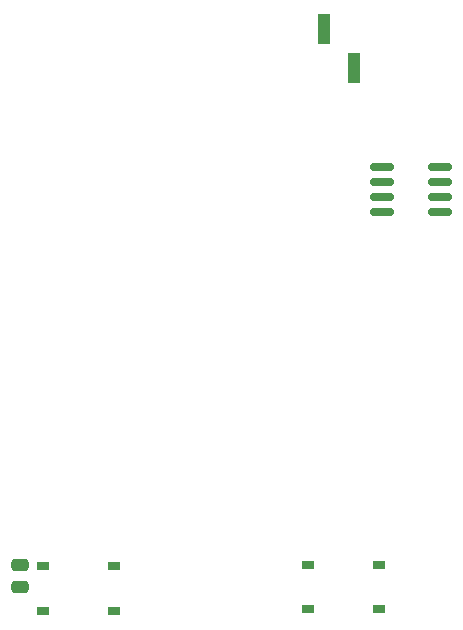
<source format=gbr>
%TF.GenerationSoftware,KiCad,Pcbnew,9.0.0*%
%TF.CreationDate,2026-01-25T00:23:47-05:00*%
%TF.ProjectId,hackapet_v4,6861636b-6170-4657-945f-76342e6b6963,rev?*%
%TF.SameCoordinates,Original*%
%TF.FileFunction,Paste,Bot*%
%TF.FilePolarity,Positive*%
%FSLAX46Y46*%
G04 Gerber Fmt 4.6, Leading zero omitted, Abs format (unit mm)*
G04 Created by KiCad (PCBNEW 9.0.0) date 2026-01-25 00:23:47*
%MOMM*%
%LPD*%
G01*
G04 APERTURE LIST*
G04 Aperture macros list*
%AMRoundRect*
0 Rectangle with rounded corners*
0 $1 Rounding radius*
0 $2 $3 $4 $5 $6 $7 $8 $9 X,Y pos of 4 corners*
0 Add a 4 corners polygon primitive as box body*
4,1,4,$2,$3,$4,$5,$6,$7,$8,$9,$2,$3,0*
0 Add four circle primitives for the rounded corners*
1,1,$1+$1,$2,$3*
1,1,$1+$1,$4,$5*
1,1,$1+$1,$6,$7*
1,1,$1+$1,$8,$9*
0 Add four rect primitives between the rounded corners*
20,1,$1+$1,$2,$3,$4,$5,0*
20,1,$1+$1,$4,$5,$6,$7,0*
20,1,$1+$1,$6,$7,$8,$9,0*
20,1,$1+$1,$8,$9,$2,$3,0*%
G04 Aperture macros list end*
%ADD10R,1.000000X2.510000*%
%ADD11R,1.000000X0.750000*%
%ADD12RoundRect,0.150000X0.825000X0.150000X-0.825000X0.150000X-0.825000X-0.150000X0.825000X-0.150000X0*%
%ADD13RoundRect,0.250000X-0.475000X0.250000X-0.475000X-0.250000X0.475000X-0.250000X0.475000X0.250000X0*%
G04 APERTURE END LIST*
D10*
%TO.C,J2*%
X202590000Y-63160000D03*
X200050000Y-59850000D03*
%TD*%
D11*
%TO.C,BOOT1*%
X176225000Y-109075000D03*
X182225000Y-109075000D03*
X176225000Y-105325000D03*
X182225000Y-105325000D03*
%TD*%
D12*
%TO.C,U2*%
X209875000Y-71545000D03*
X209875000Y-72815000D03*
X209875000Y-74085000D03*
X209875000Y-75355000D03*
X204925000Y-75355000D03*
X204925000Y-74085000D03*
X204925000Y-72815000D03*
X204925000Y-71545000D03*
%TD*%
D13*
%TO.C,C9*%
X174250000Y-105200000D03*
X174250000Y-107100000D03*
%TD*%
D11*
%TO.C,RESET1*%
X198675000Y-108950000D03*
X204675000Y-108950000D03*
X198675000Y-105200000D03*
X204675000Y-105200000D03*
%TD*%
M02*

</source>
